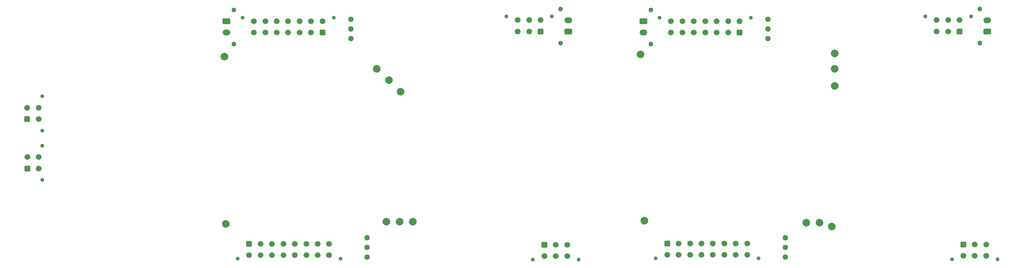
<source format=gbr>
%TF.GenerationSoftware,KiCad,Pcbnew,7.0.8*%
%TF.CreationDate,2024-01-12T20:03:42+01:00*%
%TF.ProjectId,BMS-Slave,424d532d-536c-4617-9665-2e6b69636164,rev?*%
%TF.SameCoordinates,Original*%
%TF.FileFunction,Soldermask,Bot*%
%TF.FilePolarity,Negative*%
%FSLAX46Y46*%
G04 Gerber Fmt 4.6, Leading zero omitted, Abs format (unit mm)*
G04 Created by KiCad (PCBNEW 7.0.8) date 2024-01-12 20:03:42*
%MOMM*%
%LPD*%
G01*
G04 APERTURE LIST*
G04 Aperture macros list*
%AMRoundRect*
0 Rectangle with rounded corners*
0 $1 Rounding radius*
0 $2 $3 $4 $5 $6 $7 $8 $9 X,Y pos of 4 corners*
0 Add a 4 corners polygon primitive as box body*
4,1,4,$2,$3,$4,$5,$6,$7,$8,$9,$2,$3,0*
0 Add four circle primitives for the rounded corners*
1,1,$1+$1,$2,$3*
1,1,$1+$1,$4,$5*
1,1,$1+$1,$6,$7*
1,1,$1+$1,$8,$9*
0 Add four rect primitives between the rounded corners*
20,1,$1+$1,$2,$3,$4,$5,0*
20,1,$1+$1,$4,$5,$6,$7,0*
20,1,$1+$1,$6,$7,$8,$9,0*
20,1,$1+$1,$8,$9,$2,$3,0*%
G04 Aperture macros list end*
%ADD10C,2.000000*%
%ADD11C,1.270000*%
%ADD12RoundRect,0.250001X-0.759999X0.499999X-0.759999X-0.499999X0.759999X-0.499999X0.759999X0.499999X0*%
%ADD13O,2.020000X1.500000*%
%ADD14C,1.440000*%
%ADD15C,1.020000*%
%ADD16RoundRect,0.250001X0.499999X0.499999X-0.499999X0.499999X-0.499999X-0.499999X0.499999X-0.499999X0*%
%ADD17C,1.500000*%
%ADD18RoundRect,0.250001X-0.499999X-0.499999X0.499999X-0.499999X0.499999X0.499999X-0.499999X0.499999X0*%
%ADD19RoundRect,0.250001X0.499999X-0.499999X0.499999X0.499999X-0.499999X0.499999X-0.499999X-0.499999X0*%
%ADD20RoundRect,0.250001X0.759999X-0.499999X0.759999X0.499999X-0.759999X0.499999X-0.759999X-0.499999X0*%
G04 APERTURE END LIST*
D10*
%TO.C,TP16*%
X306250000Y-118750000D03*
%TD*%
D11*
%TO.C,J13*%
X258000000Y-103250000D03*
X258000000Y-112250000D03*
D12*
X256040000Y-106250000D03*
D13*
X256040000Y-109250000D03*
%TD*%
D11*
%TO.C,J7*%
X148460000Y-103250000D03*
X148460000Y-112250000D03*
D12*
X146500000Y-106250000D03*
D13*
X146500000Y-109250000D03*
%TD*%
D14*
%TO.C,U3*%
X179250000Y-105710000D03*
X179250000Y-108250000D03*
X179250000Y-110790000D03*
%TD*%
D10*
%TO.C,TP1*%
X146000000Y-115600000D03*
%TD*%
D15*
%TO.C,J5*%
X174750000Y-105310000D03*
X150750000Y-105310000D03*
D16*
X171750000Y-109250000D03*
D17*
X168750000Y-109250000D03*
X165750000Y-109250000D03*
X162750000Y-109250000D03*
X159750000Y-109250000D03*
X156750000Y-109250000D03*
X153750000Y-109250000D03*
X171750000Y-106250000D03*
X168750000Y-106250000D03*
X165750000Y-106250000D03*
X162750000Y-106250000D03*
X159750000Y-106250000D03*
X156750000Y-106250000D03*
X153750000Y-106250000D03*
%TD*%
D15*
%TO.C,J14*%
X259250000Y-168690000D03*
X286250000Y-168690000D03*
D18*
X262250000Y-164750000D03*
D17*
X265250000Y-164750000D03*
X268250000Y-164750000D03*
X271250000Y-164750000D03*
X274250000Y-164750000D03*
X277250000Y-164750000D03*
X280250000Y-164750000D03*
X283250000Y-164750000D03*
X262250000Y-167750000D03*
X265250000Y-167750000D03*
X268250000Y-167750000D03*
X271250000Y-167750000D03*
X274250000Y-167750000D03*
X277250000Y-167750000D03*
X280250000Y-167750000D03*
X283250000Y-167750000D03*
%TD*%
D10*
%TO.C,TP5*%
X189250000Y-121750000D03*
%TD*%
%TO.C,TP7*%
X195500000Y-159000000D03*
%TD*%
D15*
%TO.C,J1*%
X98215000Y-148000000D03*
X98215000Y-139000000D03*
D19*
X94275000Y-145000000D03*
D17*
X94275000Y-142000000D03*
X97275000Y-145000000D03*
X97275000Y-142000000D03*
%TD*%
D10*
%TO.C,TP4*%
X192250000Y-124750000D03*
%TD*%
D15*
%TO.C,J12*%
X337000000Y-168940000D03*
X349000000Y-168940000D03*
D18*
X340000000Y-165000000D03*
D17*
X343000000Y-165000000D03*
X346000000Y-165000000D03*
X340000000Y-168000000D03*
X343000000Y-168000000D03*
X346000000Y-168000000D03*
%TD*%
D14*
%TO.C,U8*%
X183470000Y-168330000D03*
X183470000Y-165790000D03*
X183470000Y-163250000D03*
%TD*%
D10*
%TO.C,TP12*%
X302250000Y-159250000D03*
%TD*%
D15*
%TO.C,J4*%
X232000000Y-105000000D03*
X220000000Y-105000000D03*
D16*
X229000000Y-108940000D03*
D17*
X226000000Y-108940000D03*
X223000000Y-108940000D03*
X229000000Y-105940000D03*
X226000000Y-105940000D03*
X223000000Y-105940000D03*
%TD*%
D11*
%TO.C,J9*%
X344290000Y-112000000D03*
X344290000Y-103000000D03*
D20*
X346250000Y-109000000D03*
D13*
X346250000Y-106000000D03*
%TD*%
D15*
%TO.C,J6*%
X227000000Y-169000000D03*
X239000000Y-169000000D03*
D18*
X230000000Y-165060000D03*
D17*
X233000000Y-165060000D03*
X236000000Y-165060000D03*
X230000000Y-168060000D03*
X233000000Y-168060000D03*
X236000000Y-168060000D03*
%TD*%
D10*
%TO.C,TP10*%
X298750000Y-159250000D03*
%TD*%
D11*
%TO.C,J3*%
X234290000Y-112000000D03*
X234290000Y-103000000D03*
D20*
X236250000Y-109000000D03*
D13*
X236250000Y-106000000D03*
%TD*%
D10*
%TO.C,TP6*%
X188500000Y-159000000D03*
%TD*%
D15*
%TO.C,J11*%
X284250000Y-105310000D03*
X260250000Y-105310000D03*
D16*
X281250000Y-109250000D03*
D17*
X278250000Y-109250000D03*
X275250000Y-109250000D03*
X272250000Y-109250000D03*
X269250000Y-109250000D03*
X266250000Y-109250000D03*
X263250000Y-109250000D03*
X281250000Y-106250000D03*
X278250000Y-106250000D03*
X275250000Y-106250000D03*
X272250000Y-106250000D03*
X269250000Y-106250000D03*
X266250000Y-106250000D03*
X263250000Y-106250000D03*
%TD*%
D15*
%TO.C,J8*%
X149500000Y-168750000D03*
X176500000Y-168750000D03*
D18*
X152500000Y-164810000D03*
D17*
X155500000Y-164810000D03*
X158500000Y-164810000D03*
X161500000Y-164810000D03*
X164500000Y-164810000D03*
X167500000Y-164810000D03*
X170500000Y-164810000D03*
X173500000Y-164810000D03*
X152500000Y-167810000D03*
X155500000Y-167810000D03*
X158500000Y-167810000D03*
X161500000Y-167810000D03*
X164500000Y-167810000D03*
X167500000Y-167810000D03*
X170500000Y-167810000D03*
X173500000Y-167810000D03*
%TD*%
D10*
%TO.C,TP13*%
X255250000Y-115000000D03*
%TD*%
%TO.C,TP14*%
X306250000Y-114750000D03*
%TD*%
%TO.C,TP11*%
X305500000Y-160250000D03*
%TD*%
%TO.C,TP2*%
X146400000Y-159600000D03*
%TD*%
D15*
%TO.C,J2*%
X98195000Y-135000000D03*
X98195000Y-126000000D03*
D19*
X94255000Y-132000000D03*
D17*
X94255000Y-129000000D03*
X97255000Y-132000000D03*
X97255000Y-129000000D03*
%TD*%
D10*
%TO.C,TP15*%
X306250000Y-123250000D03*
%TD*%
%TO.C,TP9*%
X256250000Y-158750000D03*
%TD*%
%TO.C,TP3*%
X186000000Y-118750000D03*
%TD*%
D14*
%TO.C,U12*%
X288700000Y-105710000D03*
X288700000Y-108250000D03*
X288700000Y-110790000D03*
%TD*%
%TO.C,U10*%
X293250000Y-168330000D03*
X293250000Y-165790000D03*
X293250000Y-163250000D03*
%TD*%
D15*
%TO.C,J10*%
X342000000Y-105000000D03*
X330000000Y-105000000D03*
D16*
X339000000Y-108940000D03*
D17*
X336000000Y-108940000D03*
X333000000Y-108940000D03*
X339000000Y-105940000D03*
X336000000Y-105940000D03*
X333000000Y-105940000D03*
%TD*%
D10*
%TO.C,TP8*%
X192000000Y-159000000D03*
%TD*%
M02*

</source>
